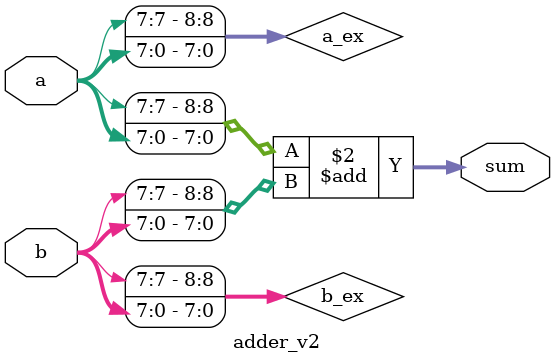
<source format=sv>
module adder_v2
#(
  parameter IS_SIGNED = 1,
  parameter W         = 8
)
(
  input logic [W - 1 : 0] a,
  input logic [W - 1 : 0] b,
  output logic [W : 0] sum
);

  logic [W : 0] a_ex, b_ex;
  
  if (IS_SIGNED == 0) begin 
    always_comb begin
      a_ex = {1'b0, a};
      b_ex = {1'b0, b};
    end
  end
  else begin
    always_comb begin
      a_ex = {a[W - 1], a};
      b_ex = {b[W - 1], b};
    end
  end

  always_comb sum = a_ex + b_ex;
endmodule
  
    


</source>
